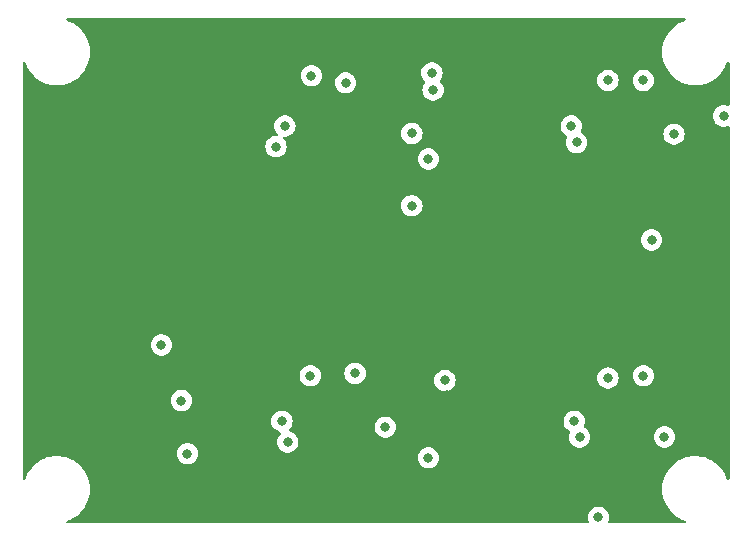
<source format=gbr>
%TF.GenerationSoftware,KiCad,Pcbnew,7.0.6*%
%TF.CreationDate,2023-08-06T23:15:07-05:00*%
%TF.ProjectId,MLX90393_board2,4d4c5839-3033-4393-935f-626f61726432,rev?*%
%TF.SameCoordinates,Original*%
%TF.FileFunction,Copper,L3,Inr*%
%TF.FilePolarity,Positive*%
%FSLAX46Y46*%
G04 Gerber Fmt 4.6, Leading zero omitted, Abs format (unit mm)*
G04 Created by KiCad (PCBNEW 7.0.6) date 2023-08-06 23:15:07*
%MOMM*%
%LPD*%
G01*
G04 APERTURE LIST*
%TA.AperFunction,ViaPad*%
%ADD10C,0.800000*%
%TD*%
G04 APERTURE END LIST*
D10*
%TO.N,+3.3V*%
X170400000Y-98750000D03*
X144900000Y-123000000D03*
X174750000Y-119700000D03*
X175200000Y-95150000D03*
X145400000Y-98350000D03*
X150250000Y-94900000D03*
X149200000Y-112800000D03*
X160000000Y-123000000D03*
X151400000Y-128400000D03*
X178100000Y-104100000D03*
X149750000Y-119400000D03*
X153250000Y-102000000D03*
X183400000Y-118800000D03*
X183200000Y-128000000D03*
X183400000Y-97800000D03*
X170200000Y-123700000D03*
X176650000Y-128750000D03*
%TO.N,GND*%
X158800000Y-97200000D03*
X154750000Y-125750000D03*
X172800000Y-133400000D03*
X158400000Y-103050000D03*
X146500000Y-127000000D03*
X183400000Y-99400000D03*
X177300000Y-109900000D03*
X176600000Y-96400000D03*
X152200000Y-121200000D03*
X171200000Y-126600000D03*
X138000000Y-128000000D03*
X151400000Y-96600000D03*
X145500000Y-102000000D03*
X170950000Y-101650000D03*
X178383411Y-126583411D03*
X137500000Y-123500000D03*
X158700000Y-95750000D03*
X159800000Y-121800000D03*
X173600000Y-96400000D03*
X179200000Y-100950000D03*
X157000000Y-100874500D03*
X176600000Y-121400000D03*
X158400000Y-128350000D03*
X148500000Y-96000000D03*
X135800000Y-118800000D03*
X173600000Y-121600000D03*
X148400000Y-121400000D03*
%TO.N,SCL_3V*%
X146250000Y-100250000D03*
X157000000Y-107000000D03*
X170750000Y-125250000D03*
X170500000Y-100250000D03*
X146000000Y-125250000D03*
%TD*%
%TA.AperFunction,Conductor*%
%TO.N,+3.3V*%
G36*
X180141997Y-91120185D02*
G01*
X180187752Y-91172989D01*
X180197696Y-91242147D01*
X180168671Y-91305703D01*
X180117368Y-91341022D01*
X179888897Y-91424178D01*
X179888891Y-91424181D01*
X179597380Y-91570584D01*
X179324815Y-91749852D01*
X179074931Y-91959530D01*
X179074930Y-91959531D01*
X179074924Y-91959536D01*
X179074923Y-91959538D01*
X178851057Y-92196823D01*
X178851054Y-92196826D01*
X178851052Y-92196829D01*
X178851045Y-92196837D01*
X178656251Y-92458490D01*
X178493143Y-92741003D01*
X178493137Y-92741016D01*
X178363931Y-93040547D01*
X178270369Y-93353067D01*
X178270367Y-93353075D01*
X178213723Y-93674319D01*
X178213722Y-93674330D01*
X178194754Y-93999996D01*
X178194754Y-94000003D01*
X178213722Y-94325669D01*
X178213723Y-94325680D01*
X178270367Y-94646924D01*
X178270369Y-94646932D01*
X178363931Y-94959452D01*
X178493137Y-95258983D01*
X178493143Y-95258996D01*
X178656251Y-95541509D01*
X178851045Y-95803162D01*
X178851050Y-95803168D01*
X178851057Y-95803177D01*
X179074923Y-96040462D01*
X179074929Y-96040467D01*
X179074930Y-96040468D01*
X179074931Y-96040469D01*
X179324815Y-96250147D01*
X179324818Y-96250149D01*
X179324823Y-96250153D01*
X179597377Y-96429414D01*
X179888899Y-96575822D01*
X180195446Y-96687396D01*
X180195452Y-96687397D01*
X180195454Y-96687398D01*
X180512858Y-96762625D01*
X180512865Y-96762626D01*
X180512874Y-96762628D01*
X180836889Y-96800500D01*
X180836896Y-96800500D01*
X181163104Y-96800500D01*
X181163111Y-96800500D01*
X181487126Y-96762628D01*
X181487135Y-96762625D01*
X181487141Y-96762625D01*
X181743176Y-96701942D01*
X181804554Y-96687396D01*
X182111101Y-96575822D01*
X182402623Y-96429414D01*
X182675177Y-96250153D01*
X182925077Y-96040462D01*
X183148943Y-95803177D01*
X183343749Y-95541508D01*
X183506859Y-95258992D01*
X183636069Y-94959451D01*
X183656709Y-94890507D01*
X183694794Y-94831930D01*
X183758502Y-94803242D01*
X183827607Y-94813551D01*
X183880168Y-94859584D01*
X183899500Y-94926071D01*
X183899500Y-98445728D01*
X183879815Y-98512767D01*
X183827011Y-98558522D01*
X183757853Y-98568466D01*
X183725064Y-98559007D01*
X183679807Y-98538857D01*
X183679802Y-98538855D01*
X183534000Y-98507865D01*
X183494646Y-98499500D01*
X183305354Y-98499500D01*
X183272897Y-98506398D01*
X183120197Y-98538855D01*
X183120192Y-98538857D01*
X182947270Y-98615848D01*
X182947265Y-98615851D01*
X182794129Y-98727111D01*
X182667466Y-98867785D01*
X182572821Y-99031715D01*
X182572818Y-99031722D01*
X182514327Y-99211740D01*
X182514326Y-99211744D01*
X182494540Y-99400000D01*
X182514326Y-99588256D01*
X182514327Y-99588259D01*
X182572818Y-99768277D01*
X182572821Y-99768284D01*
X182667467Y-99932216D01*
X182705090Y-99974000D01*
X182794129Y-100072888D01*
X182947265Y-100184148D01*
X182947270Y-100184151D01*
X183120192Y-100261142D01*
X183120197Y-100261144D01*
X183305354Y-100300500D01*
X183305355Y-100300500D01*
X183494644Y-100300500D01*
X183494646Y-100300500D01*
X183679803Y-100261144D01*
X183725065Y-100240991D01*
X183794312Y-100231706D01*
X183857589Y-100261334D01*
X183894804Y-100320468D01*
X183899500Y-100354271D01*
X183899500Y-130073928D01*
X183879815Y-130140967D01*
X183827011Y-130186722D01*
X183757853Y-130196666D01*
X183694297Y-130167641D01*
X183656709Y-130109492D01*
X183636068Y-130040547D01*
X183506859Y-129741008D01*
X183343749Y-129458492D01*
X183343748Y-129458490D01*
X183148954Y-129196837D01*
X183148947Y-129196829D01*
X183148943Y-129196823D01*
X182925077Y-128959538D01*
X182925069Y-128959531D01*
X182925068Y-128959530D01*
X182675184Y-128749852D01*
X182675179Y-128749848D01*
X182675177Y-128749847D01*
X182402623Y-128570586D01*
X182326218Y-128532214D01*
X182111108Y-128424181D01*
X182111102Y-128424178D01*
X181804566Y-128312608D01*
X181804545Y-128312601D01*
X181487141Y-128237374D01*
X181487126Y-128237372D01*
X181487125Y-128237372D01*
X181163111Y-128199500D01*
X180836889Y-128199500D01*
X180553375Y-128232638D01*
X180512873Y-128237372D01*
X180512858Y-128237374D01*
X180195454Y-128312601D01*
X180195433Y-128312608D01*
X179888897Y-128424178D01*
X179888891Y-128424181D01*
X179597380Y-128570584D01*
X179324815Y-128749852D01*
X179074931Y-128959530D01*
X179074930Y-128959531D01*
X179074924Y-128959536D01*
X179074923Y-128959538D01*
X178851057Y-129196823D01*
X178851054Y-129196826D01*
X178851052Y-129196829D01*
X178851045Y-129196837D01*
X178656251Y-129458490D01*
X178493143Y-129741003D01*
X178493137Y-129741016D01*
X178363931Y-130040547D01*
X178270369Y-130353067D01*
X178270367Y-130353075D01*
X178213723Y-130674319D01*
X178213722Y-130674330D01*
X178194754Y-130999996D01*
X178194754Y-131000003D01*
X178213722Y-131325669D01*
X178213723Y-131325680D01*
X178270367Y-131646924D01*
X178270369Y-131646932D01*
X178363931Y-131959452D01*
X178493137Y-132258983D01*
X178493143Y-132258996D01*
X178656251Y-132541509D01*
X178851045Y-132803162D01*
X178851050Y-132803168D01*
X178851057Y-132803177D01*
X179074923Y-133040462D01*
X179074929Y-133040467D01*
X179074930Y-133040468D01*
X179074931Y-133040469D01*
X179324815Y-133250147D01*
X179324818Y-133250149D01*
X179324823Y-133250153D01*
X179597377Y-133429414D01*
X179888899Y-133575822D01*
X180069463Y-133641542D01*
X180117368Y-133658978D01*
X180173632Y-133700404D01*
X180198568Y-133765673D01*
X180184258Y-133834062D01*
X180135246Y-133883857D01*
X180074958Y-133899500D01*
X173755216Y-133899500D01*
X173688177Y-133879815D01*
X173642422Y-133827011D01*
X173632478Y-133757853D01*
X173637285Y-133737182D01*
X173653461Y-133687396D01*
X173685674Y-133588256D01*
X173705460Y-133400000D01*
X173685674Y-133211744D01*
X173627179Y-133031716D01*
X173532533Y-132867784D01*
X173405871Y-132727112D01*
X173405870Y-132727111D01*
X173252734Y-132615851D01*
X173252729Y-132615848D01*
X173079807Y-132538857D01*
X173079802Y-132538855D01*
X172934000Y-132507865D01*
X172894646Y-132499500D01*
X172705354Y-132499500D01*
X172672897Y-132506398D01*
X172520197Y-132538855D01*
X172520192Y-132538857D01*
X172347270Y-132615848D01*
X172347265Y-132615851D01*
X172194129Y-132727111D01*
X172067466Y-132867785D01*
X171972821Y-133031715D01*
X171972818Y-133031722D01*
X171924418Y-133180683D01*
X171914326Y-133211744D01*
X171894540Y-133400000D01*
X171914326Y-133588256D01*
X171914327Y-133588259D01*
X171962715Y-133737182D01*
X171964710Y-133807023D01*
X171928630Y-133866856D01*
X171865929Y-133897684D01*
X171844784Y-133899500D01*
X127875042Y-133899500D01*
X127808003Y-133879815D01*
X127762248Y-133827011D01*
X127752304Y-133757853D01*
X127781329Y-133694297D01*
X127832632Y-133658978D01*
X127855916Y-133650502D01*
X128061101Y-133575822D01*
X128352623Y-133429414D01*
X128625177Y-133250153D01*
X128875077Y-133040462D01*
X129098943Y-132803177D01*
X129293749Y-132541508D01*
X129456859Y-132258992D01*
X129586069Y-131959451D01*
X129679630Y-131646934D01*
X129736278Y-131325669D01*
X129755246Y-131000000D01*
X129736278Y-130674331D01*
X129679630Y-130353066D01*
X129586069Y-130040549D01*
X129456859Y-129741008D01*
X129293749Y-129458492D01*
X129293748Y-129458490D01*
X129098954Y-129196837D01*
X129098947Y-129196829D01*
X129098943Y-129196823D01*
X128875077Y-128959538D01*
X128875069Y-128959531D01*
X128875068Y-128959530D01*
X128625184Y-128749852D01*
X128625179Y-128749848D01*
X128625177Y-128749847D01*
X128352623Y-128570586D01*
X128276218Y-128532214D01*
X128061108Y-128424181D01*
X128061102Y-128424178D01*
X127754566Y-128312608D01*
X127754545Y-128312601D01*
X127437141Y-128237374D01*
X127437126Y-128237372D01*
X127437125Y-128237372D01*
X127113111Y-128199500D01*
X126786889Y-128199500D01*
X126503375Y-128232638D01*
X126462873Y-128237372D01*
X126462858Y-128237374D01*
X126145454Y-128312601D01*
X126145433Y-128312608D01*
X125838897Y-128424178D01*
X125838891Y-128424181D01*
X125547380Y-128570584D01*
X125274815Y-128749852D01*
X125024931Y-128959530D01*
X125024930Y-128959531D01*
X125024924Y-128959536D01*
X125024923Y-128959538D01*
X124801057Y-129196823D01*
X124801054Y-129196826D01*
X124801052Y-129196829D01*
X124801045Y-129196837D01*
X124606251Y-129458490D01*
X124443143Y-129741003D01*
X124443137Y-129741016D01*
X124313931Y-130040547D01*
X124293291Y-130109492D01*
X124255206Y-130168069D01*
X124191497Y-130196758D01*
X124122392Y-130186448D01*
X124069831Y-130140415D01*
X124050500Y-130073928D01*
X124050500Y-128000000D01*
X137094540Y-128000000D01*
X137114326Y-128188256D01*
X137114327Y-128188259D01*
X137172818Y-128368277D01*
X137172821Y-128368284D01*
X137267467Y-128532216D01*
X137302014Y-128570584D01*
X137394129Y-128672888D01*
X137547265Y-128784148D01*
X137547270Y-128784151D01*
X137720192Y-128861142D01*
X137720197Y-128861144D01*
X137905354Y-128900500D01*
X137905355Y-128900500D01*
X138094644Y-128900500D01*
X138094646Y-128900500D01*
X138279803Y-128861144D01*
X138452730Y-128784151D01*
X138605871Y-128672888D01*
X138732533Y-128532216D01*
X138827179Y-128368284D01*
X138833120Y-128350000D01*
X157494540Y-128350000D01*
X157514326Y-128538256D01*
X157514327Y-128538259D01*
X157572818Y-128718277D01*
X157572821Y-128718284D01*
X157667467Y-128882216D01*
X157744642Y-128967927D01*
X157794129Y-129022888D01*
X157947265Y-129134148D01*
X157947270Y-129134151D01*
X158120192Y-129211142D01*
X158120197Y-129211144D01*
X158305354Y-129250500D01*
X158305355Y-129250500D01*
X158494644Y-129250500D01*
X158494646Y-129250500D01*
X158679803Y-129211144D01*
X158852730Y-129134151D01*
X159005871Y-129022888D01*
X159132533Y-128882216D01*
X159227179Y-128718284D01*
X159285674Y-128538256D01*
X159305460Y-128350000D01*
X159285674Y-128161744D01*
X159227179Y-127981716D01*
X159132533Y-127817784D01*
X159005871Y-127677112D01*
X159005870Y-127677111D01*
X158852734Y-127565851D01*
X158852729Y-127565848D01*
X158679807Y-127488857D01*
X158679802Y-127488855D01*
X158534000Y-127457865D01*
X158494646Y-127449500D01*
X158305354Y-127449500D01*
X158272897Y-127456398D01*
X158120197Y-127488855D01*
X158120192Y-127488857D01*
X157947270Y-127565848D01*
X157947265Y-127565851D01*
X157794129Y-127677111D01*
X157667466Y-127817785D01*
X157572821Y-127981715D01*
X157572818Y-127981722D01*
X157514327Y-128161740D01*
X157514326Y-128161744D01*
X157494540Y-128350000D01*
X138833120Y-128350000D01*
X138885674Y-128188256D01*
X138905460Y-128000000D01*
X138885674Y-127811744D01*
X138827179Y-127631716D01*
X138732533Y-127467784D01*
X138605871Y-127327112D01*
X138605870Y-127327111D01*
X138452734Y-127215851D01*
X138452729Y-127215848D01*
X138279807Y-127138857D01*
X138279802Y-127138855D01*
X138134001Y-127107865D01*
X138094646Y-127099500D01*
X137905354Y-127099500D01*
X137872897Y-127106398D01*
X137720197Y-127138855D01*
X137720192Y-127138857D01*
X137547270Y-127215848D01*
X137547265Y-127215851D01*
X137394129Y-127327111D01*
X137267466Y-127467785D01*
X137172821Y-127631715D01*
X137172818Y-127631722D01*
X137114327Y-127811740D01*
X137114326Y-127811744D01*
X137094540Y-128000000D01*
X124050500Y-128000000D01*
X124050500Y-125250000D01*
X145094540Y-125250000D01*
X145114326Y-125438256D01*
X145114327Y-125438259D01*
X145172818Y-125618277D01*
X145172820Y-125618282D01*
X145172821Y-125618284D01*
X145267467Y-125782216D01*
X145385697Y-125913523D01*
X145394129Y-125922888D01*
X145547265Y-126034148D01*
X145547270Y-126034151D01*
X145720191Y-126111142D01*
X145720193Y-126111142D01*
X145720197Y-126111144D01*
X145819330Y-126132215D01*
X145880808Y-126165406D01*
X145914585Y-126226568D01*
X145909933Y-126296283D01*
X145885696Y-126336476D01*
X145767466Y-126467784D01*
X145672821Y-126631715D01*
X145672818Y-126631722D01*
X145614327Y-126811740D01*
X145614326Y-126811744D01*
X145594540Y-127000000D01*
X145614326Y-127188256D01*
X145614327Y-127188259D01*
X145672818Y-127368277D01*
X145672821Y-127368284D01*
X145767467Y-127532216D01*
X145857063Y-127631722D01*
X145894129Y-127672888D01*
X146047265Y-127784148D01*
X146047270Y-127784151D01*
X146220192Y-127861142D01*
X146220197Y-127861144D01*
X146405354Y-127900500D01*
X146405355Y-127900500D01*
X146594644Y-127900500D01*
X146594646Y-127900500D01*
X146779803Y-127861144D01*
X146952730Y-127784151D01*
X147105871Y-127672888D01*
X147232533Y-127532216D01*
X147327179Y-127368284D01*
X147385674Y-127188256D01*
X147405460Y-127000000D01*
X147385674Y-126811744D01*
X147327179Y-126631716D01*
X147232533Y-126467784D01*
X147105871Y-126327112D01*
X147105870Y-126327111D01*
X146952734Y-126215851D01*
X146952729Y-126215848D01*
X146779807Y-126138857D01*
X146779802Y-126138855D01*
X146680672Y-126117785D01*
X146619190Y-126084593D01*
X146585414Y-126023430D01*
X146590066Y-125953715D01*
X146614303Y-125913523D01*
X146732533Y-125782216D01*
X146751133Y-125750000D01*
X153844540Y-125750000D01*
X153864326Y-125938256D01*
X153864327Y-125938259D01*
X153922818Y-126118277D01*
X153922821Y-126118284D01*
X154017467Y-126282216D01*
X154119158Y-126395155D01*
X154144129Y-126422888D01*
X154297265Y-126534148D01*
X154297270Y-126534151D01*
X154470192Y-126611142D01*
X154470197Y-126611144D01*
X154655354Y-126650500D01*
X154655355Y-126650500D01*
X154844644Y-126650500D01*
X154844646Y-126650500D01*
X155029803Y-126611144D01*
X155202730Y-126534151D01*
X155355871Y-126422888D01*
X155482533Y-126282216D01*
X155577179Y-126118284D01*
X155635674Y-125938256D01*
X155655460Y-125750000D01*
X155635674Y-125561744D01*
X155577179Y-125381716D01*
X155501133Y-125250000D01*
X169844540Y-125250000D01*
X169864326Y-125438256D01*
X169864327Y-125438259D01*
X169922818Y-125618277D01*
X169922820Y-125618282D01*
X169922821Y-125618284D01*
X170017467Y-125782216D01*
X170135697Y-125913523D01*
X170144129Y-125922888D01*
X170297265Y-126034148D01*
X170297268Y-126034150D01*
X170297269Y-126034150D01*
X170297270Y-126034151D01*
X170322300Y-126045295D01*
X170375537Y-126090543D01*
X170395859Y-126157392D01*
X170379255Y-126220568D01*
X170372823Y-126231709D01*
X170372821Y-126231713D01*
X170338782Y-126336476D01*
X170314326Y-126411744D01*
X170313155Y-126422888D01*
X170296284Y-126583411D01*
X170294540Y-126600000D01*
X170314326Y-126788256D01*
X170314327Y-126788259D01*
X170372818Y-126968277D01*
X170372821Y-126968284D01*
X170467467Y-127132216D01*
X170542770Y-127215848D01*
X170594129Y-127272888D01*
X170747265Y-127384148D01*
X170747270Y-127384151D01*
X170920192Y-127461142D01*
X170920197Y-127461144D01*
X171105354Y-127500500D01*
X171105355Y-127500500D01*
X171294644Y-127500500D01*
X171294646Y-127500500D01*
X171479803Y-127461144D01*
X171652730Y-127384151D01*
X171805871Y-127272888D01*
X171932533Y-127132216D01*
X172027179Y-126968284D01*
X172085674Y-126788256D01*
X172105460Y-126600000D01*
X172103716Y-126583411D01*
X177477951Y-126583411D01*
X177497737Y-126771667D01*
X177497738Y-126771670D01*
X177556229Y-126951688D01*
X177556232Y-126951695D01*
X177650878Y-127115627D01*
X177777540Y-127256298D01*
X177777540Y-127256299D01*
X177930676Y-127367559D01*
X177930681Y-127367562D01*
X178103603Y-127444553D01*
X178103608Y-127444555D01*
X178288765Y-127483911D01*
X178288766Y-127483911D01*
X178478055Y-127483911D01*
X178478057Y-127483911D01*
X178663214Y-127444555D01*
X178836141Y-127367562D01*
X178989282Y-127256299D01*
X179115944Y-127115627D01*
X179210590Y-126951695D01*
X179269085Y-126771667D01*
X179288871Y-126583411D01*
X179269085Y-126395155D01*
X179210590Y-126215127D01*
X179115944Y-126051195D01*
X178989282Y-125910523D01*
X178989281Y-125910522D01*
X178836145Y-125799262D01*
X178836140Y-125799259D01*
X178663218Y-125722268D01*
X178663213Y-125722266D01*
X178517411Y-125691276D01*
X178478057Y-125682911D01*
X178288765Y-125682911D01*
X178256308Y-125689809D01*
X178103608Y-125722266D01*
X178103603Y-125722268D01*
X177930681Y-125799259D01*
X177930676Y-125799262D01*
X177777540Y-125910522D01*
X177650877Y-126051196D01*
X177556232Y-126215126D01*
X177556229Y-126215133D01*
X177516803Y-126336476D01*
X177497737Y-126395155D01*
X177477951Y-126583411D01*
X172103716Y-126583411D01*
X172085674Y-126411744D01*
X172027179Y-126231716D01*
X171932533Y-126067784D01*
X171805871Y-125927112D01*
X171805870Y-125927111D01*
X171652730Y-125815848D01*
X171627697Y-125804703D01*
X171574460Y-125759453D01*
X171554139Y-125692604D01*
X171570748Y-125629422D01*
X171577179Y-125618284D01*
X171635674Y-125438256D01*
X171655460Y-125250000D01*
X171635674Y-125061744D01*
X171577179Y-124881716D01*
X171482533Y-124717784D01*
X171355871Y-124577112D01*
X171355870Y-124577111D01*
X171202734Y-124465851D01*
X171202729Y-124465848D01*
X171029807Y-124388857D01*
X171029802Y-124388855D01*
X170884000Y-124357865D01*
X170844646Y-124349500D01*
X170655354Y-124349500D01*
X170622897Y-124356398D01*
X170470197Y-124388855D01*
X170470192Y-124388857D01*
X170297270Y-124465848D01*
X170297265Y-124465851D01*
X170144129Y-124577111D01*
X170017466Y-124717785D01*
X169922821Y-124881715D01*
X169922818Y-124881722D01*
X169864327Y-125061740D01*
X169864326Y-125061744D01*
X169844540Y-125250000D01*
X155501133Y-125250000D01*
X155482533Y-125217784D01*
X155355871Y-125077112D01*
X155334719Y-125061744D01*
X155202734Y-124965851D01*
X155202729Y-124965848D01*
X155029807Y-124888857D01*
X155029802Y-124888855D01*
X154884000Y-124857865D01*
X154844646Y-124849500D01*
X154655354Y-124849500D01*
X154622897Y-124856398D01*
X154470197Y-124888855D01*
X154470192Y-124888857D01*
X154297270Y-124965848D01*
X154297265Y-124965851D01*
X154144129Y-125077111D01*
X154017466Y-125217785D01*
X153922821Y-125381715D01*
X153922818Y-125381722D01*
X153864327Y-125561740D01*
X153864326Y-125561744D01*
X153844540Y-125750000D01*
X146751133Y-125750000D01*
X146827179Y-125618284D01*
X146885674Y-125438256D01*
X146905460Y-125250000D01*
X146885674Y-125061744D01*
X146827179Y-124881716D01*
X146732533Y-124717784D01*
X146605871Y-124577112D01*
X146605870Y-124577111D01*
X146452734Y-124465851D01*
X146452729Y-124465848D01*
X146279807Y-124388857D01*
X146279802Y-124388855D01*
X146134000Y-124357865D01*
X146094646Y-124349500D01*
X145905354Y-124349500D01*
X145872897Y-124356398D01*
X145720197Y-124388855D01*
X145720192Y-124388857D01*
X145547270Y-124465848D01*
X145547265Y-124465851D01*
X145394129Y-124577111D01*
X145267466Y-124717785D01*
X145172821Y-124881715D01*
X145172818Y-124881722D01*
X145114327Y-125061740D01*
X145114326Y-125061744D01*
X145094540Y-125250000D01*
X124050500Y-125250000D01*
X124050500Y-123500000D01*
X136594540Y-123500000D01*
X136614326Y-123688256D01*
X136614327Y-123688259D01*
X136672818Y-123868277D01*
X136672821Y-123868284D01*
X136767467Y-124032216D01*
X136894128Y-124172887D01*
X136894129Y-124172888D01*
X137047265Y-124284148D01*
X137047270Y-124284151D01*
X137220192Y-124361142D01*
X137220197Y-124361144D01*
X137405354Y-124400500D01*
X137405355Y-124400500D01*
X137594644Y-124400500D01*
X137594646Y-124400500D01*
X137779803Y-124361144D01*
X137952730Y-124284151D01*
X138105871Y-124172888D01*
X138232533Y-124032216D01*
X138327179Y-123868284D01*
X138385674Y-123688256D01*
X138405460Y-123500000D01*
X138385674Y-123311744D01*
X138327179Y-123131716D01*
X138232533Y-122967784D01*
X138105871Y-122827112D01*
X138105870Y-122827111D01*
X137952734Y-122715851D01*
X137952729Y-122715848D01*
X137779807Y-122638857D01*
X137779802Y-122638855D01*
X137634001Y-122607865D01*
X137594646Y-122599500D01*
X137405354Y-122599500D01*
X137372897Y-122606398D01*
X137220197Y-122638855D01*
X137220192Y-122638857D01*
X137047270Y-122715848D01*
X137047265Y-122715851D01*
X136894129Y-122827111D01*
X136767466Y-122967785D01*
X136672821Y-123131715D01*
X136672818Y-123131722D01*
X136614327Y-123311740D01*
X136614326Y-123311744D01*
X136594540Y-123500000D01*
X124050500Y-123500000D01*
X124050500Y-121400000D01*
X147494540Y-121400000D01*
X147514326Y-121588256D01*
X147514327Y-121588259D01*
X147572818Y-121768277D01*
X147572821Y-121768284D01*
X147667467Y-121932216D01*
X147783553Y-122061142D01*
X147794129Y-122072888D01*
X147947265Y-122184148D01*
X147947270Y-122184151D01*
X148120192Y-122261142D01*
X148120197Y-122261144D01*
X148305354Y-122300500D01*
X148305355Y-122300500D01*
X148494644Y-122300500D01*
X148494646Y-122300500D01*
X148679803Y-122261144D01*
X148852730Y-122184151D01*
X149005871Y-122072888D01*
X149132533Y-121932216D01*
X149227179Y-121768284D01*
X149285674Y-121588256D01*
X149305460Y-121400000D01*
X149285674Y-121211744D01*
X149281858Y-121200000D01*
X151294540Y-121200000D01*
X151314326Y-121388256D01*
X151314327Y-121388259D01*
X151372818Y-121568277D01*
X151372821Y-121568284D01*
X151467467Y-121732216D01*
X151594128Y-121872887D01*
X151594129Y-121872888D01*
X151747265Y-121984148D01*
X151747270Y-121984151D01*
X151920192Y-122061142D01*
X151920197Y-122061144D01*
X152105354Y-122100500D01*
X152105355Y-122100500D01*
X152294644Y-122100500D01*
X152294646Y-122100500D01*
X152479803Y-122061144D01*
X152652730Y-121984151D01*
X152805871Y-121872888D01*
X152871500Y-121800000D01*
X158894540Y-121800000D01*
X158914326Y-121988256D01*
X158914327Y-121988259D01*
X158972818Y-122168277D01*
X158972821Y-122168284D01*
X159067467Y-122332216D01*
X159114227Y-122384148D01*
X159194129Y-122472888D01*
X159347265Y-122584148D01*
X159347270Y-122584151D01*
X159520192Y-122661142D01*
X159520197Y-122661144D01*
X159705354Y-122700500D01*
X159705355Y-122700500D01*
X159894644Y-122700500D01*
X159894646Y-122700500D01*
X160079803Y-122661144D01*
X160252730Y-122584151D01*
X160405871Y-122472888D01*
X160532533Y-122332216D01*
X160627179Y-122168284D01*
X160685674Y-121988256D01*
X160705460Y-121800000D01*
X160685674Y-121611744D01*
X160681858Y-121600000D01*
X172694540Y-121600000D01*
X172714326Y-121788256D01*
X172714327Y-121788259D01*
X172772818Y-121968277D01*
X172772821Y-121968284D01*
X172867467Y-122132216D01*
X172899937Y-122168277D01*
X172994129Y-122272888D01*
X173147265Y-122384148D01*
X173147270Y-122384151D01*
X173320192Y-122461142D01*
X173320197Y-122461144D01*
X173505354Y-122500500D01*
X173505355Y-122500500D01*
X173694644Y-122500500D01*
X173694646Y-122500500D01*
X173879803Y-122461144D01*
X174052730Y-122384151D01*
X174205871Y-122272888D01*
X174332533Y-122132216D01*
X174427179Y-121968284D01*
X174485674Y-121788256D01*
X174505460Y-121600000D01*
X174485674Y-121411744D01*
X174481858Y-121400000D01*
X175694540Y-121400000D01*
X175714326Y-121588256D01*
X175714327Y-121588259D01*
X175772818Y-121768277D01*
X175772821Y-121768284D01*
X175867467Y-121932216D01*
X175983553Y-122061142D01*
X175994129Y-122072888D01*
X176147265Y-122184148D01*
X176147270Y-122184151D01*
X176320192Y-122261142D01*
X176320197Y-122261144D01*
X176505354Y-122300500D01*
X176505355Y-122300500D01*
X176694644Y-122300500D01*
X176694646Y-122300500D01*
X176879803Y-122261144D01*
X177052730Y-122184151D01*
X177205871Y-122072888D01*
X177332533Y-121932216D01*
X177427179Y-121768284D01*
X177485674Y-121588256D01*
X177505460Y-121400000D01*
X177485674Y-121211744D01*
X177427179Y-121031716D01*
X177332533Y-120867784D01*
X177205871Y-120727112D01*
X177205870Y-120727111D01*
X177052734Y-120615851D01*
X177052729Y-120615848D01*
X176879807Y-120538857D01*
X176879802Y-120538855D01*
X176734001Y-120507865D01*
X176694646Y-120499500D01*
X176505354Y-120499500D01*
X176472897Y-120506398D01*
X176320197Y-120538855D01*
X176320192Y-120538857D01*
X176147270Y-120615848D01*
X176147265Y-120615851D01*
X175994129Y-120727111D01*
X175867466Y-120867785D01*
X175772821Y-121031715D01*
X175772818Y-121031722D01*
X175718142Y-121199999D01*
X175714326Y-121211744D01*
X175694540Y-121400000D01*
X174481858Y-121400000D01*
X174427179Y-121231716D01*
X174332533Y-121067784D01*
X174205871Y-120927112D01*
X174205870Y-120927111D01*
X174052734Y-120815851D01*
X174052729Y-120815848D01*
X173879807Y-120738857D01*
X173879802Y-120738855D01*
X173734001Y-120707865D01*
X173694646Y-120699500D01*
X173505354Y-120699500D01*
X173472897Y-120706398D01*
X173320197Y-120738855D01*
X173320192Y-120738857D01*
X173147270Y-120815848D01*
X173147265Y-120815851D01*
X172994129Y-120927111D01*
X172867466Y-121067785D01*
X172772821Y-121231715D01*
X172772818Y-121231722D01*
X172718142Y-121399999D01*
X172714326Y-121411744D01*
X172694540Y-121600000D01*
X160681858Y-121600000D01*
X160627179Y-121431716D01*
X160532533Y-121267784D01*
X160405871Y-121127112D01*
X160405870Y-121127111D01*
X160252734Y-121015851D01*
X160252729Y-121015848D01*
X160079807Y-120938857D01*
X160079802Y-120938855D01*
X159934000Y-120907865D01*
X159894646Y-120899500D01*
X159705354Y-120899500D01*
X159672897Y-120906398D01*
X159520197Y-120938855D01*
X159520192Y-120938857D01*
X159347270Y-121015848D01*
X159347265Y-121015851D01*
X159194129Y-121127111D01*
X159067466Y-121267785D01*
X158972821Y-121431715D01*
X158972818Y-121431722D01*
X158918142Y-121600000D01*
X158914326Y-121611744D01*
X158894540Y-121800000D01*
X152871500Y-121800000D01*
X152932533Y-121732216D01*
X153027179Y-121568284D01*
X153085674Y-121388256D01*
X153105460Y-121200000D01*
X153085674Y-121011744D01*
X153027179Y-120831716D01*
X152932533Y-120667784D01*
X152805871Y-120527112D01*
X152805870Y-120527111D01*
X152652734Y-120415851D01*
X152652729Y-120415848D01*
X152479807Y-120338857D01*
X152479802Y-120338855D01*
X152334001Y-120307865D01*
X152294646Y-120299500D01*
X152105354Y-120299500D01*
X152072897Y-120306398D01*
X151920197Y-120338855D01*
X151920192Y-120338857D01*
X151747270Y-120415848D01*
X151747265Y-120415851D01*
X151594129Y-120527111D01*
X151467466Y-120667785D01*
X151372821Y-120831715D01*
X151372818Y-120831722D01*
X151314327Y-121011740D01*
X151314326Y-121011744D01*
X151294540Y-121200000D01*
X149281858Y-121200000D01*
X149227179Y-121031716D01*
X149132533Y-120867784D01*
X149005871Y-120727112D01*
X149005870Y-120727111D01*
X148852734Y-120615851D01*
X148852729Y-120615848D01*
X148679807Y-120538857D01*
X148679802Y-120538855D01*
X148534000Y-120507865D01*
X148494646Y-120499500D01*
X148305354Y-120499500D01*
X148272897Y-120506398D01*
X148120197Y-120538855D01*
X148120192Y-120538857D01*
X147947270Y-120615848D01*
X147947265Y-120615851D01*
X147794129Y-120727111D01*
X147667466Y-120867785D01*
X147572821Y-121031715D01*
X147572818Y-121031722D01*
X147518142Y-121199999D01*
X147514326Y-121211744D01*
X147494540Y-121400000D01*
X124050500Y-121400000D01*
X124050500Y-118800000D01*
X134894540Y-118800000D01*
X134914326Y-118988256D01*
X134914327Y-118988259D01*
X134972818Y-119168277D01*
X134972821Y-119168284D01*
X135067467Y-119332216D01*
X135194128Y-119472887D01*
X135194129Y-119472888D01*
X135347265Y-119584148D01*
X135347270Y-119584151D01*
X135520192Y-119661142D01*
X135520197Y-119661144D01*
X135705354Y-119700500D01*
X135705355Y-119700500D01*
X135894644Y-119700500D01*
X135894646Y-119700500D01*
X136079803Y-119661144D01*
X136252730Y-119584151D01*
X136405871Y-119472888D01*
X136532533Y-119332216D01*
X136627179Y-119168284D01*
X136685674Y-118988256D01*
X136705460Y-118800000D01*
X136685674Y-118611744D01*
X136627179Y-118431716D01*
X136532533Y-118267784D01*
X136405871Y-118127112D01*
X136405870Y-118127111D01*
X136252734Y-118015851D01*
X136252729Y-118015848D01*
X136079807Y-117938857D01*
X136079802Y-117938855D01*
X135934000Y-117907865D01*
X135894646Y-117899500D01*
X135705354Y-117899500D01*
X135672897Y-117906398D01*
X135520197Y-117938855D01*
X135520192Y-117938857D01*
X135347270Y-118015848D01*
X135347265Y-118015851D01*
X135194129Y-118127111D01*
X135067466Y-118267785D01*
X134972821Y-118431715D01*
X134972818Y-118431722D01*
X134914327Y-118611740D01*
X134914326Y-118611744D01*
X134894540Y-118800000D01*
X124050500Y-118800000D01*
X124050500Y-109900000D01*
X176394540Y-109900000D01*
X176414326Y-110088256D01*
X176414327Y-110088259D01*
X176472818Y-110268277D01*
X176472821Y-110268284D01*
X176567467Y-110432216D01*
X176694128Y-110572887D01*
X176694129Y-110572888D01*
X176847265Y-110684148D01*
X176847270Y-110684151D01*
X177020192Y-110761142D01*
X177020197Y-110761144D01*
X177205354Y-110800500D01*
X177205355Y-110800500D01*
X177394644Y-110800500D01*
X177394646Y-110800500D01*
X177579803Y-110761144D01*
X177752730Y-110684151D01*
X177905871Y-110572888D01*
X178032533Y-110432216D01*
X178127179Y-110268284D01*
X178185674Y-110088256D01*
X178205460Y-109900000D01*
X178185674Y-109711744D01*
X178127179Y-109531716D01*
X178032533Y-109367784D01*
X177905871Y-109227112D01*
X177905870Y-109227111D01*
X177752734Y-109115851D01*
X177752729Y-109115848D01*
X177579807Y-109038857D01*
X177579802Y-109038855D01*
X177434001Y-109007865D01*
X177394646Y-108999500D01*
X177205354Y-108999500D01*
X177172897Y-109006398D01*
X177020197Y-109038855D01*
X177020192Y-109038857D01*
X176847270Y-109115848D01*
X176847265Y-109115851D01*
X176694129Y-109227111D01*
X176567466Y-109367785D01*
X176472821Y-109531715D01*
X176472818Y-109531722D01*
X176414327Y-109711740D01*
X176414326Y-109711744D01*
X176394540Y-109900000D01*
X124050500Y-109900000D01*
X124050500Y-107000000D01*
X156094540Y-107000000D01*
X156114326Y-107188256D01*
X156114327Y-107188259D01*
X156172818Y-107368277D01*
X156172821Y-107368284D01*
X156267467Y-107532216D01*
X156394128Y-107672888D01*
X156394129Y-107672888D01*
X156547265Y-107784148D01*
X156547270Y-107784151D01*
X156720192Y-107861142D01*
X156720197Y-107861144D01*
X156905354Y-107900500D01*
X156905355Y-107900500D01*
X157094644Y-107900500D01*
X157094646Y-107900500D01*
X157279803Y-107861144D01*
X157452730Y-107784151D01*
X157605871Y-107672888D01*
X157732533Y-107532216D01*
X157827179Y-107368284D01*
X157885674Y-107188256D01*
X157905460Y-107000000D01*
X157885674Y-106811744D01*
X157827179Y-106631716D01*
X157732533Y-106467784D01*
X157605871Y-106327112D01*
X157605870Y-106327111D01*
X157452734Y-106215851D01*
X157452729Y-106215848D01*
X157279807Y-106138857D01*
X157279802Y-106138855D01*
X157134000Y-106107865D01*
X157094646Y-106099500D01*
X156905354Y-106099500D01*
X156872897Y-106106398D01*
X156720197Y-106138855D01*
X156720192Y-106138857D01*
X156547270Y-106215848D01*
X156547265Y-106215851D01*
X156394129Y-106327111D01*
X156267466Y-106467785D01*
X156172821Y-106631715D01*
X156172818Y-106631722D01*
X156114327Y-106811740D01*
X156114326Y-106811744D01*
X156094540Y-107000000D01*
X124050500Y-107000000D01*
X124050500Y-103050000D01*
X157494540Y-103050000D01*
X157514326Y-103238256D01*
X157514327Y-103238259D01*
X157572818Y-103418277D01*
X157572821Y-103418284D01*
X157667467Y-103582216D01*
X157794129Y-103722887D01*
X157794129Y-103722888D01*
X157947265Y-103834148D01*
X157947270Y-103834151D01*
X158120192Y-103911142D01*
X158120197Y-103911144D01*
X158305354Y-103950500D01*
X158305355Y-103950500D01*
X158494644Y-103950500D01*
X158494646Y-103950500D01*
X158679803Y-103911144D01*
X158852730Y-103834151D01*
X159005871Y-103722888D01*
X159132533Y-103582216D01*
X159227179Y-103418284D01*
X159285674Y-103238256D01*
X159305460Y-103050000D01*
X159285674Y-102861744D01*
X159227179Y-102681716D01*
X159132533Y-102517784D01*
X159005871Y-102377112D01*
X159005870Y-102377111D01*
X158852734Y-102265851D01*
X158852729Y-102265848D01*
X158679807Y-102188857D01*
X158679802Y-102188855D01*
X158534001Y-102157865D01*
X158494646Y-102149500D01*
X158305354Y-102149500D01*
X158272897Y-102156398D01*
X158120197Y-102188855D01*
X158120192Y-102188857D01*
X157947270Y-102265848D01*
X157947265Y-102265851D01*
X157794129Y-102377111D01*
X157667466Y-102517785D01*
X157572821Y-102681715D01*
X157572818Y-102681722D01*
X157514521Y-102861144D01*
X157514326Y-102861744D01*
X157494540Y-103050000D01*
X124050500Y-103050000D01*
X124050500Y-102000000D01*
X144594540Y-102000000D01*
X144614326Y-102188256D01*
X144614327Y-102188259D01*
X144672818Y-102368277D01*
X144672821Y-102368284D01*
X144767467Y-102532216D01*
X144894128Y-102672887D01*
X144894129Y-102672888D01*
X145047265Y-102784148D01*
X145047270Y-102784151D01*
X145220192Y-102861142D01*
X145220197Y-102861144D01*
X145405354Y-102900500D01*
X145405355Y-102900500D01*
X145594644Y-102900500D01*
X145594646Y-102900500D01*
X145779803Y-102861144D01*
X145952730Y-102784151D01*
X146105871Y-102672888D01*
X146232533Y-102532216D01*
X146327179Y-102368284D01*
X146385674Y-102188256D01*
X146405460Y-102000000D01*
X146385674Y-101811744D01*
X146327179Y-101631716D01*
X146232533Y-101467784D01*
X146133206Y-101357471D01*
X146102977Y-101294481D01*
X146111602Y-101225146D01*
X146156343Y-101171480D01*
X146222996Y-101150522D01*
X146225357Y-101150500D01*
X146344644Y-101150500D01*
X146344646Y-101150500D01*
X146529803Y-101111144D01*
X146702730Y-101034151D01*
X146855871Y-100922888D01*
X146899440Y-100874500D01*
X156094540Y-100874500D01*
X156114326Y-101062756D01*
X156114327Y-101062759D01*
X156172818Y-101242777D01*
X156172821Y-101242784D01*
X156267467Y-101406716D01*
X156317011Y-101461740D01*
X156394129Y-101547388D01*
X156547265Y-101658648D01*
X156547270Y-101658651D01*
X156720192Y-101735642D01*
X156720197Y-101735644D01*
X156905354Y-101775000D01*
X156905355Y-101775000D01*
X157094644Y-101775000D01*
X157094646Y-101775000D01*
X157279803Y-101735644D01*
X157452730Y-101658651D01*
X157605871Y-101547388D01*
X157732533Y-101406716D01*
X157827179Y-101242784D01*
X157885674Y-101062756D01*
X157905460Y-100874500D01*
X157885674Y-100686244D01*
X157827179Y-100506216D01*
X157732533Y-100342284D01*
X157649440Y-100250000D01*
X169594540Y-100250000D01*
X169614326Y-100438256D01*
X169614327Y-100438259D01*
X169672818Y-100618277D01*
X169672821Y-100618284D01*
X169767467Y-100782216D01*
X169773446Y-100788856D01*
X169894129Y-100922888D01*
X170047265Y-101034148D01*
X170047267Y-101034149D01*
X170047270Y-101034151D01*
X170095267Y-101055521D01*
X170148502Y-101100769D01*
X170168824Y-101167618D01*
X170152218Y-101230797D01*
X170122822Y-101281713D01*
X170122818Y-101281722D01*
X170064327Y-101461740D01*
X170064326Y-101461744D01*
X170044540Y-101650000D01*
X170064326Y-101838256D01*
X170064327Y-101838259D01*
X170122818Y-102018277D01*
X170122821Y-102018284D01*
X170217467Y-102182216D01*
X170223446Y-102188856D01*
X170344129Y-102322888D01*
X170497265Y-102434148D01*
X170497270Y-102434151D01*
X170670192Y-102511142D01*
X170670197Y-102511144D01*
X170855354Y-102550500D01*
X170855355Y-102550500D01*
X171044644Y-102550500D01*
X171044646Y-102550500D01*
X171229803Y-102511144D01*
X171402730Y-102434151D01*
X171555871Y-102322888D01*
X171682533Y-102182216D01*
X171777179Y-102018284D01*
X171835674Y-101838256D01*
X171855460Y-101650000D01*
X171835674Y-101461744D01*
X171777179Y-101281716D01*
X171682533Y-101117784D01*
X171555871Y-100977112D01*
X171526151Y-100955519D01*
X171518555Y-100950000D01*
X178294540Y-100950000D01*
X178314326Y-101138256D01*
X178314327Y-101138259D01*
X178372818Y-101318277D01*
X178372821Y-101318284D01*
X178467467Y-101482216D01*
X178594129Y-101622888D01*
X178747265Y-101734148D01*
X178747270Y-101734151D01*
X178920192Y-101811142D01*
X178920197Y-101811144D01*
X179105354Y-101850500D01*
X179105355Y-101850500D01*
X179294644Y-101850500D01*
X179294646Y-101850500D01*
X179479803Y-101811144D01*
X179652730Y-101734151D01*
X179805871Y-101622888D01*
X179932533Y-101482216D01*
X180027179Y-101318284D01*
X180085674Y-101138256D01*
X180105460Y-100950000D01*
X180085674Y-100761744D01*
X180027179Y-100581716D01*
X179932533Y-100417784D01*
X179805871Y-100277112D01*
X179805870Y-100277111D01*
X179652734Y-100165851D01*
X179652729Y-100165848D01*
X179479807Y-100088857D01*
X179479802Y-100088855D01*
X179334000Y-100057865D01*
X179294646Y-100049500D01*
X179105354Y-100049500D01*
X179072897Y-100056398D01*
X178920197Y-100088855D01*
X178920192Y-100088857D01*
X178747270Y-100165848D01*
X178747265Y-100165851D01*
X178594129Y-100277111D01*
X178467466Y-100417785D01*
X178372821Y-100581715D01*
X178372818Y-100581722D01*
X178323867Y-100732380D01*
X178314326Y-100761744D01*
X178294540Y-100950000D01*
X171518555Y-100950000D01*
X171402734Y-100865851D01*
X171402729Y-100865848D01*
X171354733Y-100844479D01*
X171301496Y-100799229D01*
X171281175Y-100732380D01*
X171297781Y-100669202D01*
X171327179Y-100618284D01*
X171385674Y-100438256D01*
X171405460Y-100250000D01*
X171385674Y-100061744D01*
X171327179Y-99881716D01*
X171232533Y-99717784D01*
X171105871Y-99577112D01*
X171105870Y-99577111D01*
X170952734Y-99465851D01*
X170952729Y-99465848D01*
X170779807Y-99388857D01*
X170779802Y-99388855D01*
X170634000Y-99357865D01*
X170594646Y-99349500D01*
X170405354Y-99349500D01*
X170372897Y-99356398D01*
X170220197Y-99388855D01*
X170220192Y-99388857D01*
X170047270Y-99465848D01*
X170047265Y-99465851D01*
X169894129Y-99577111D01*
X169767466Y-99717785D01*
X169672821Y-99881715D01*
X169672818Y-99881722D01*
X169618304Y-100049500D01*
X169614326Y-100061744D01*
X169594540Y-100250000D01*
X157649440Y-100250000D01*
X157605871Y-100201612D01*
X157581834Y-100184148D01*
X157452734Y-100090351D01*
X157452729Y-100090348D01*
X157279807Y-100013357D01*
X157279802Y-100013355D01*
X157134000Y-99982365D01*
X157094646Y-99974000D01*
X156905354Y-99974000D01*
X156872897Y-99980898D01*
X156720197Y-100013355D01*
X156720192Y-100013357D01*
X156547270Y-100090348D01*
X156547265Y-100090351D01*
X156394129Y-100201611D01*
X156267466Y-100342285D01*
X156172821Y-100506215D01*
X156172818Y-100506222D01*
X156119864Y-100669200D01*
X156114326Y-100686244D01*
X156094540Y-100874500D01*
X146899440Y-100874500D01*
X146982533Y-100782216D01*
X147077179Y-100618284D01*
X147135674Y-100438256D01*
X147155460Y-100250000D01*
X147135674Y-100061744D01*
X147077179Y-99881716D01*
X146982533Y-99717784D01*
X146855871Y-99577112D01*
X146855870Y-99577111D01*
X146702734Y-99465851D01*
X146702729Y-99465848D01*
X146529807Y-99388857D01*
X146529802Y-99388855D01*
X146384001Y-99357865D01*
X146344646Y-99349500D01*
X146155354Y-99349500D01*
X146122897Y-99356398D01*
X145970197Y-99388855D01*
X145970192Y-99388857D01*
X145797270Y-99465848D01*
X145797265Y-99465851D01*
X145644129Y-99577111D01*
X145517466Y-99717785D01*
X145422821Y-99881715D01*
X145422818Y-99881722D01*
X145368304Y-100049500D01*
X145364326Y-100061744D01*
X145344540Y-100250000D01*
X145364326Y-100438256D01*
X145364327Y-100438259D01*
X145422818Y-100618277D01*
X145422821Y-100618284D01*
X145517467Y-100782216D01*
X145616793Y-100892528D01*
X145647023Y-100955519D01*
X145638398Y-101024854D01*
X145593657Y-101078520D01*
X145527004Y-101099478D01*
X145524643Y-101099500D01*
X145405354Y-101099500D01*
X145372897Y-101106398D01*
X145220197Y-101138855D01*
X145220192Y-101138857D01*
X145047270Y-101215848D01*
X145047265Y-101215851D01*
X144894129Y-101327111D01*
X144767466Y-101467785D01*
X144672821Y-101631715D01*
X144672818Y-101631722D01*
X144614521Y-101811144D01*
X144614326Y-101811744D01*
X144594540Y-102000000D01*
X124050500Y-102000000D01*
X124050500Y-94926071D01*
X124070185Y-94859032D01*
X124122989Y-94813277D01*
X124192147Y-94803333D01*
X124255703Y-94832358D01*
X124293291Y-94890508D01*
X124313930Y-94959450D01*
X124443137Y-95258983D01*
X124443143Y-95258996D01*
X124606251Y-95541509D01*
X124801045Y-95803162D01*
X124801050Y-95803168D01*
X124801057Y-95803177D01*
X125024923Y-96040462D01*
X125024929Y-96040467D01*
X125024930Y-96040468D01*
X125024931Y-96040469D01*
X125274815Y-96250147D01*
X125274818Y-96250149D01*
X125274823Y-96250153D01*
X125547377Y-96429414D01*
X125838899Y-96575822D01*
X126145446Y-96687396D01*
X126145452Y-96687397D01*
X126145454Y-96687398D01*
X126462858Y-96762625D01*
X126462865Y-96762626D01*
X126462874Y-96762628D01*
X126786889Y-96800500D01*
X126786896Y-96800500D01*
X127113104Y-96800500D01*
X127113111Y-96800500D01*
X127437126Y-96762628D01*
X127437135Y-96762625D01*
X127437141Y-96762625D01*
X127693176Y-96701942D01*
X127754554Y-96687396D01*
X128061101Y-96575822D01*
X128352623Y-96429414D01*
X128625177Y-96250153D01*
X128875077Y-96040462D01*
X128913251Y-96000000D01*
X147594540Y-96000000D01*
X147614326Y-96188256D01*
X147614327Y-96188259D01*
X147672818Y-96368277D01*
X147672821Y-96368284D01*
X147767467Y-96532216D01*
X147889533Y-96667784D01*
X147894129Y-96672888D01*
X148047265Y-96784148D01*
X148047270Y-96784151D01*
X148220192Y-96861142D01*
X148220197Y-96861144D01*
X148405354Y-96900500D01*
X148405355Y-96900500D01*
X148594644Y-96900500D01*
X148594646Y-96900500D01*
X148779803Y-96861144D01*
X148952730Y-96784151D01*
X149105871Y-96672888D01*
X149171500Y-96600000D01*
X150494540Y-96600000D01*
X150514326Y-96788256D01*
X150514327Y-96788259D01*
X150572818Y-96968277D01*
X150572821Y-96968284D01*
X150667467Y-97132216D01*
X150783553Y-97261142D01*
X150794129Y-97272888D01*
X150947265Y-97384148D01*
X150947270Y-97384151D01*
X151120192Y-97461142D01*
X151120197Y-97461144D01*
X151305354Y-97500500D01*
X151305355Y-97500500D01*
X151494644Y-97500500D01*
X151494646Y-97500500D01*
X151679803Y-97461144D01*
X151852730Y-97384151D01*
X152005871Y-97272888D01*
X152132533Y-97132216D01*
X152227179Y-96968284D01*
X152285674Y-96788256D01*
X152305460Y-96600000D01*
X152285674Y-96411744D01*
X152227179Y-96231716D01*
X152132533Y-96067784D01*
X152005871Y-95927112D01*
X151975193Y-95904823D01*
X151852734Y-95815851D01*
X151852729Y-95815848D01*
X151704834Y-95750000D01*
X157794540Y-95750000D01*
X157814326Y-95938256D01*
X157814327Y-95938259D01*
X157872818Y-96118277D01*
X157872821Y-96118284D01*
X157967467Y-96282216D01*
X158094129Y-96422888D01*
X158099894Y-96427076D01*
X158142562Y-96482403D01*
X158148544Y-96552016D01*
X158119164Y-96610368D01*
X158067467Y-96667784D01*
X158067465Y-96667785D01*
X158067464Y-96667788D01*
X157972821Y-96831715D01*
X157972818Y-96831722D01*
X157940166Y-96932216D01*
X157914326Y-97011744D01*
X157894540Y-97200000D01*
X157914326Y-97388256D01*
X157914327Y-97388259D01*
X157972818Y-97568277D01*
X157972821Y-97568284D01*
X158067467Y-97732216D01*
X158194129Y-97872888D01*
X158347265Y-97984148D01*
X158347270Y-97984151D01*
X158520192Y-98061142D01*
X158520197Y-98061144D01*
X158705354Y-98100500D01*
X158705355Y-98100500D01*
X158894644Y-98100500D01*
X158894646Y-98100500D01*
X159079803Y-98061144D01*
X159252730Y-97984151D01*
X159405871Y-97872888D01*
X159532533Y-97732216D01*
X159627179Y-97568284D01*
X159685674Y-97388256D01*
X159705460Y-97200000D01*
X159685674Y-97011744D01*
X159627179Y-96831716D01*
X159532533Y-96667784D01*
X159405871Y-96527112D01*
X159400102Y-96522920D01*
X159357436Y-96467594D01*
X159351628Y-96400000D01*
X172694540Y-96400000D01*
X172714326Y-96588256D01*
X172714327Y-96588259D01*
X172772818Y-96768277D01*
X172772821Y-96768284D01*
X172867467Y-96932216D01*
X172899937Y-96968277D01*
X172994129Y-97072888D01*
X173147265Y-97184148D01*
X173147270Y-97184151D01*
X173320192Y-97261142D01*
X173320197Y-97261144D01*
X173505354Y-97300500D01*
X173505355Y-97300500D01*
X173694644Y-97300500D01*
X173694646Y-97300500D01*
X173879803Y-97261144D01*
X174052730Y-97184151D01*
X174205871Y-97072888D01*
X174332533Y-96932216D01*
X174427179Y-96768284D01*
X174485674Y-96588256D01*
X174505460Y-96400000D01*
X175694540Y-96400000D01*
X175714326Y-96588256D01*
X175714327Y-96588259D01*
X175772818Y-96768277D01*
X175772821Y-96768284D01*
X175867467Y-96932216D01*
X175899937Y-96968277D01*
X175994129Y-97072888D01*
X176147265Y-97184148D01*
X176147270Y-97184151D01*
X176320192Y-97261142D01*
X176320197Y-97261144D01*
X176505354Y-97300500D01*
X176505355Y-97300500D01*
X176694644Y-97300500D01*
X176694646Y-97300500D01*
X176879803Y-97261144D01*
X177052730Y-97184151D01*
X177205871Y-97072888D01*
X177332533Y-96932216D01*
X177427179Y-96768284D01*
X177485674Y-96588256D01*
X177505460Y-96400000D01*
X177485674Y-96211744D01*
X177427179Y-96031716D01*
X177332533Y-95867784D01*
X177205871Y-95727112D01*
X177205870Y-95727111D01*
X177052734Y-95615851D01*
X177052729Y-95615848D01*
X176879807Y-95538857D01*
X176879802Y-95538855D01*
X176734000Y-95507865D01*
X176694646Y-95499500D01*
X176505354Y-95499500D01*
X176472897Y-95506398D01*
X176320197Y-95538855D01*
X176320192Y-95538857D01*
X176147270Y-95615848D01*
X176147265Y-95615851D01*
X175994129Y-95727111D01*
X175867466Y-95867785D01*
X175772821Y-96031715D01*
X175772818Y-96031722D01*
X175718304Y-96199500D01*
X175714326Y-96211744D01*
X175694540Y-96400000D01*
X174505460Y-96400000D01*
X174485674Y-96211744D01*
X174427179Y-96031716D01*
X174332533Y-95867784D01*
X174205871Y-95727112D01*
X174205870Y-95727111D01*
X174052734Y-95615851D01*
X174052729Y-95615848D01*
X173879807Y-95538857D01*
X173879802Y-95538855D01*
X173734000Y-95507865D01*
X173694646Y-95499500D01*
X173505354Y-95499500D01*
X173472897Y-95506398D01*
X173320197Y-95538855D01*
X173320192Y-95538857D01*
X173147270Y-95615848D01*
X173147265Y-95615851D01*
X172994129Y-95727111D01*
X172867466Y-95867785D01*
X172772821Y-96031715D01*
X172772818Y-96031722D01*
X172718304Y-96199500D01*
X172714326Y-96211744D01*
X172694540Y-96400000D01*
X159351628Y-96400000D01*
X159351455Y-96397981D01*
X159380835Y-96339631D01*
X159432533Y-96282216D01*
X159527179Y-96118284D01*
X159585674Y-95938256D01*
X159605460Y-95750000D01*
X159585674Y-95561744D01*
X159527179Y-95381716D01*
X159432533Y-95217784D01*
X159305871Y-95077112D01*
X159305870Y-95077111D01*
X159152734Y-94965851D01*
X159152729Y-94965848D01*
X158979807Y-94888857D01*
X158979802Y-94888855D01*
X158834001Y-94857865D01*
X158794646Y-94849500D01*
X158605354Y-94849500D01*
X158572897Y-94856398D01*
X158420197Y-94888855D01*
X158420192Y-94888857D01*
X158247270Y-94965848D01*
X158247265Y-94965851D01*
X158094129Y-95077111D01*
X157967466Y-95217785D01*
X157872821Y-95381715D01*
X157872818Y-95381722D01*
X157816426Y-95555281D01*
X157814326Y-95561744D01*
X157799848Y-95699500D01*
X157795068Y-95744981D01*
X157794540Y-95750000D01*
X151704834Y-95750000D01*
X151679807Y-95738857D01*
X151679802Y-95738855D01*
X151534001Y-95707865D01*
X151494646Y-95699500D01*
X151305354Y-95699500D01*
X151272897Y-95706398D01*
X151120197Y-95738855D01*
X151120192Y-95738857D01*
X150947270Y-95815848D01*
X150947265Y-95815851D01*
X150794129Y-95927111D01*
X150667466Y-96067785D01*
X150572821Y-96231715D01*
X150572818Y-96231722D01*
X150528449Y-96368277D01*
X150514326Y-96411744D01*
X150494540Y-96600000D01*
X149171500Y-96600000D01*
X149232533Y-96532216D01*
X149327179Y-96368284D01*
X149385674Y-96188256D01*
X149405460Y-96000000D01*
X149385674Y-95811744D01*
X149327179Y-95631716D01*
X149232533Y-95467784D01*
X149105871Y-95327112D01*
X149105870Y-95327111D01*
X148952734Y-95215851D01*
X148952729Y-95215848D01*
X148779807Y-95138857D01*
X148779802Y-95138855D01*
X148634000Y-95107865D01*
X148594646Y-95099500D01*
X148405354Y-95099500D01*
X148372897Y-95106398D01*
X148220197Y-95138855D01*
X148220192Y-95138857D01*
X148047270Y-95215848D01*
X148047265Y-95215851D01*
X147894129Y-95327111D01*
X147767466Y-95467785D01*
X147672821Y-95631715D01*
X147672818Y-95631722D01*
X147614327Y-95811740D01*
X147614326Y-95811744D01*
X147594540Y-96000000D01*
X128913251Y-96000000D01*
X129098943Y-95803177D01*
X129293749Y-95541508D01*
X129456859Y-95258992D01*
X129586069Y-94959451D01*
X129679630Y-94646934D01*
X129736278Y-94325669D01*
X129755246Y-94000000D01*
X129736278Y-93674331D01*
X129679630Y-93353066D01*
X129586069Y-93040549D01*
X129456859Y-92741008D01*
X129293749Y-92458492D01*
X129293748Y-92458490D01*
X129098954Y-92196837D01*
X129098947Y-92196829D01*
X129098943Y-92196823D01*
X128875077Y-91959538D01*
X128875069Y-91959531D01*
X128875068Y-91959530D01*
X128625184Y-91749852D01*
X128625179Y-91749848D01*
X128625177Y-91749847D01*
X128352623Y-91570586D01*
X128347684Y-91568105D01*
X128061108Y-91424181D01*
X128061102Y-91424178D01*
X127832632Y-91341022D01*
X127776368Y-91299596D01*
X127751432Y-91234327D01*
X127765742Y-91165938D01*
X127814754Y-91116143D01*
X127875042Y-91100500D01*
X180074958Y-91100500D01*
X180141997Y-91120185D01*
G37*
%TD.AperFunction*%
%TD*%
M02*

</source>
